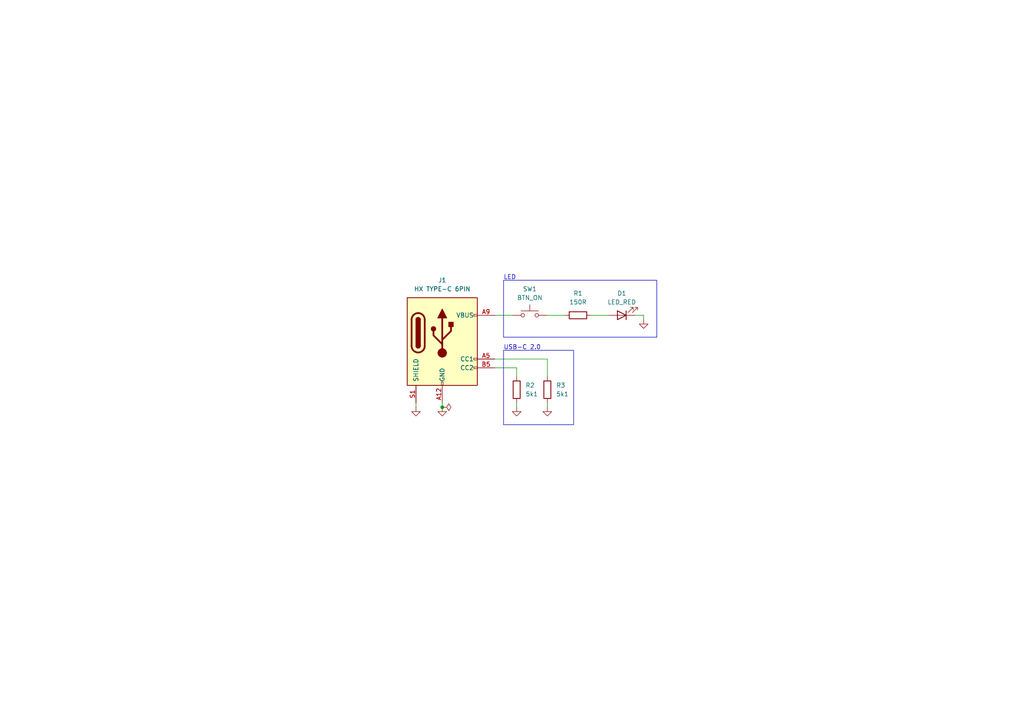
<source format=kicad_sch>
(kicad_sch (version 20250114) (generator "eeschema") (generator_version "9.0")
  (paper "A4")
  (title_block (title "LED with USB-C") (date "2026-02-04") (rev "v1.0.0") (company "NUS Hackers") (comment 1 "Hackerspace: Intro to PCB Design") (comment 2 "Licensed under CERN-OHL-P-2.0"))
  (lib_symbols
    (symbol "Connector:USB_C_Receptacle_PowerOnly_6P" (pin_names (offset 1.016))
      (property "Reference" "J" (at 0 16.51 0))
      (property "Value" "USB_C_Receptacle_PowerOnly_6P" (at 0 13.97 0))
      (symbol "USB_C_Receptacle_PowerOnly_6P_0_0"
        (rectangle (start -0.254 -12.7) (end 0.254 -11.684))
        (rectangle (start 10.16 7.874) (end 9.144 7.366))
        (rectangle (start 10.16 -4.826) (end 9.144 -5.334))
        (rectangle (start 10.16 -7.366) (end 9.144 -7.874))
      )
      (symbol "USB_C_Receptacle_PowerOnly_6P_0_1"
        (rectangle (start -10.16 12.7) (end 10.16 -12.7) (stroke (width 0.254)) (fill (type background)))
        (polyline (pts (xy -8.89 -1.27) (xy -8.89 6.35)) (stroke (width 0.508)))
        (rectangle (start -7.62 -1.27) (end -6.35 6.35) (stroke (width 0.254)) (fill (type outline)))
        (arc (start -7.62 6.35) (mid -6.985 6.9823) (end -6.35 6.35) (stroke (width 0.254)))
        (arc (start -7.62 6.35) (mid -6.985 6.9823) (end -6.35 6.35) (stroke (width 0.254)) (fill (type outline)))
        (arc (start -8.89 6.35) (mid -6.985 8.2467) (end -5.08 6.35) (stroke (width 0.508)))
        (arc (start -5.08 -1.27) (mid -6.985 -3.1667) (end -8.89 -1.27) (stroke (width 0.508)))
        (arc (start -6.35 -1.27) (mid -6.985 -1.9023) (end -7.62 -1.27) (stroke (width 0.254)))
        (arc (start -6.35 -1.27) (mid -6.985 -1.9023) (end -7.62 -1.27) (stroke (width 0.254)) (fill (type outline)))
        (polyline (pts (xy -5.08 6.35) (xy -5.08 -1.27)) (stroke (width 0.508)))
        (circle (center -2.54 3.683) (radius 0.635) (stroke (width 0.254)) (fill (type outline)))
        (polyline (pts (xy -1.27 6.858) (xy 0 9.398) (xy 1.27 6.858) (xy -1.27 6.858)) (stroke (width 0.254)) (fill (type outline)))
        (polyline (pts (xy 0 0.508) (xy 2.54 3.048) (xy 2.54 4.318)) (stroke (width 0.508)))
        (polyline (pts (xy 0 -0.762) (xy -2.54 1.778) (xy -2.54 3.048)) (stroke (width 0.508)))
        (polyline (pts (xy 0 -3.302) (xy 0 6.858)) (stroke (width 0.508)))
        (circle (center 0 -3.302) (radius 1.27) (fill (type outline)))
        (rectangle (start 1.905 4.318) (end 3.175 5.588) (stroke (width 0.254)) (fill (type outline)))
      )
      (symbol "USB_C_Receptacle_PowerOnly_6P_1_1"
        (pin passive line (at -7.62 -17.78 90) (length 5.08) (name "SHIELD") (number "S1"))
        (pin passive line (at 0 -17.78 90) (length 5.08) (name "GND") (number "A12"))
        (pin passive line (at 0 -17.78 90) (length 5.08) (hide yes) (name "GND") (number "B12"))
        (pin passive line (at 15.24 7.62 180) (length 5.08) (name "VBUS") (number "A9"))
        (pin passive line (at 15.24 7.62 180) (length 5.08) (hide yes) (name "VBUS") (number "B9"))
        (pin bidirectional line (at 15.24 -5.08 180) (length 5.08) (name "CC1") (number "A5"))
        (pin bidirectional line (at 15.24 -7.62 180) (length 5.08) (name "CC2") (number "B5"))
      )
    )
    (symbol "Device:LED" (pin_numbers (hide yes)) (pin_names (offset 1.016) (hide yes))
      (property "Reference" "D" (at 0 2.54 0))
      (property "Value" "LED" (at 0 -2.54 0))
      (symbol "LED_0_1"
        (polyline (pts (xy -3.048 -0.762) (xy -4.572 -2.286) (xy -3.81 -2.286) (xy -4.572 -2.286) (xy -4.572 -1.524)))
        (polyline (pts (xy -1.778 -0.762) (xy -3.302 -2.286) (xy -2.54 -2.286) (xy -3.302 -2.286) (xy -3.302 -1.524)))
        (polyline (pts (xy -1.27 0) (xy 1.27 0)))
        (polyline (pts (xy -1.27 -1.27) (xy -1.27 1.27)) (stroke (width 0.254)))
        (polyline (pts (xy 1.27 -1.27) (xy 1.27 1.27) (xy -1.27 0) (xy 1.27 -1.27)) (stroke (width 0.254)))
      )
      (symbol "LED_1_1"
        (pin passive line (at -3.81 0 0) (length 2.54) (name "K") (number "1"))
        (pin passive line (at 3.81 0 180) (length 2.54) (name "A") (number "2"))
      )
    )
    (symbol "Device:R" (pin_numbers (hide yes)) (pin_names (offset 0))
      (property "Reference" "R" (at 2.032 0 90))
      (property "Value" "R" (at 0 0 90))
      (symbol "R_0_1"
        (rectangle (start -1.016 -2.54) (end 1.016 2.54) (stroke (width 0.254)))
      )
      (symbol "R_1_1"
        (pin passive line (at 0 3.81 270) (length 1.27) (name "~") (number "1"))
        (pin passive line (at 0 -3.81 90) (length 1.27) (name "~") (number "2"))
      )
    )
    (symbol "Switch:SW_Push" (pin_numbers (hide yes)) (pin_names (offset 1.016) (hide yes))
      (property "Reference" "SW" (at 1.27 2.54 0))
      (property "Value" "SW_Push" (at 0 -1.524 0))
      (symbol "SW_Push_0_1"
        (circle (center -2.032 0) (radius 0.508))
        (polyline (pts (xy 0 1.27) (xy 0 3.048)))
        (circle (center 2.032 0) (radius 0.508))
        (polyline (pts (xy 2.54 1.27) (xy -2.54 1.27)))
        (pin passive line (at -5.08 0 0) (length 2.54) (name "1") (number "1"))
        (pin passive line (at 5.08 0 180) (length 2.54) (name "2") (number "2"))
      )
    )
    (symbol "power:GND" (power) (pin_numbers (hide yes)) (pin_names (offset 0) (hide yes))
      (property "Value" "GND" (at 0 -3.81 0))
      (symbol "GND_0_1"
        (polyline (pts (xy 0 0) (xy 0 -1.27) (xy 1.27 -1.27) (xy 0 -2.54) (xy -1.27 -1.27) (xy 0 -1.27)))
      )
      (symbol "GND_1_1"
        (pin power_in line (at 0 0 270) (length 0) (name "~") (number "1"))
      )
    )
    (symbol "power:PWR_FLAG" (power) (pin_numbers (hide yes)) (pin_names (offset 0) (hide yes))
      (property "Value" "PWR_FLAG" (at 0 3.81 0))
      (symbol "PWR_FLAG_0_0"
        (pin power_out line (at 0 0 90) (length 0) (name "~") (number "1"))
      )
      (symbol "PWR_FLAG_0_1"
        (polyline (pts (xy 0 0) (xy 0 1.27) (xy -1.016 1.905) (xy 0 2.54) (xy 1.016 1.905) (xy 0 1.27)))
      )
    )
  )
  (rectangle (start 146.05 81.28) (end 190.5 97.79))
  (rectangle (start 146.05 101.6) (end 166.37 123.19))
  (text "USB-C 2.0" (at 146.05 101.6 0) (effects (font (size 1.27 1.27)) (justify left bottom)))
  (text "LED" (at 146.05 81.28 0) (effects (font (size 1.27 1.27)) (justify left bottom)))
  (junction (at 128.27 118.11))
  (wire (pts (xy 149.86 106.68) (xy 149.86 109.22)))
  (wire (pts (xy 120.65 118.11) (xy 120.65 116.84)))
  (wire (pts (xy 186.69 91.44) (xy 184.15 91.44)))
  (wire (pts (xy 158.75 104.14) (xy 158.75 109.22)))
  (wire (pts (xy 143.51 104.14) (xy 158.75 104.14)))
  (wire (pts (xy 143.51 106.68) (xy 149.86 106.68)))
  (wire (pts (xy 158.75 118.11) (xy 158.75 116.84)))
  (wire (pts (xy 176.53 91.44) (xy 171.45 91.44)))
  (wire (pts (xy 128.27 118.11) (xy 128.27 116.84)))
  (wire (pts (xy 186.69 92.71) (xy 186.69 91.44)))
  (wire (pts (xy 163.83 91.44) (xy 158.75 91.44)))
  (wire (pts (xy 143.51 91.44) (xy 148.59 91.44)))
  (wire (pts (xy 149.86 118.11) (xy 149.86 116.84)))
  (symbol (lib_id "power:PWR_FLAG") (at 128.27 118.11 270) (unit 1)
    (property "Reference" "#FLG01" (effects (hide yes)))
    (property "Value" "PWR_FLAG" (effects (hide yes)))
    (property "Description" "Special symbol for telling ERC where power comes from" (effects (hide yes)))
  )
  (symbol (lib_id "power:GND") (at 128.27 118.11 0) (unit 1)
    (property "Reference" "#PWR03" (effects (hide yes)))
    (property "Value" "GND" (effects (hide yes)))
    (property "Description" "Power symbol creates a global label with name \"GND\" , ground" (effects (hide yes)))
  )
  (symbol (lib_id "Device:R") (at 149.86 113.03 0) (unit 1)
    (property "Reference" "R2" (at 152.4 111.7599 0) (effects (justify left)))
    (property "Value" "5k1" (at 152.4 114.2999 0) (effects (justify left)))
    (property "Footprint" "Resistor_SMD:R_0402_1005Metric_Pad0.72x0.64mm_HandSolder" (effects (hide yes)))
    (property "Description" "Resistor" (effects (hide yes)))
    (property "LCSC Part #" "C25905" (effects (hide yes)))
  )
  (symbol (lib_id "Switch:SW_Push") (at 153.67 91.44 0) (unit 1)
    (property "Reference" "SW1" (at 153.67 83.82 0))
    (property "Value" "BTN_ON" (at 153.67 86.36 0))
    (property "Footprint" "usb_led:SW_Push_1P1T_XKB_TS-1187A" (effects (hide yes)))
    (property "Description" "Push button switch, generic, two pins" (effects (hide yes)))
    (property "LCSC Part #" "C318884" (effects (hide yes)))
  )
  (symbol (lib_id "Connector:USB_C_Receptacle_PowerOnly_6P") (at 128.27 99.06 0) (unit 1)
    (property "Reference" "J1" (at 128.27 81.28 0))
    (property "Value" "HX TYPE-C 6PIN" (at 128.27 83.82 0))
    (property "Footprint" "Connector_USB:USB_C_Receptacle_GCT_USB4125-xx-x_6P_TopMnt_Horizontal" (effects (hide yes)))
    (property "Datasheet" "https://www.usb.org/sites/default/files/documents/usb_type-c.zip" (effects (hide yes)))
    (property "Description" "USB Power-Only 6P Type-C Receptacle connector" (effects (hide yes)))
    (property "LCSC Part #" "C18357552" (effects (hide yes)))
  )
  (symbol (lib_id "Device:LED") (at 180.34 91.44 180) (unit 1)
    (property "Reference" "D1" (at 180.34 85.09 0))
    (property "Value" "LED_RED" (at 180.34 87.63 0))
    (property "Footprint" "LED_SMD:LED_0603_1608Metric_Pad1.05x0.95mm_HandSolder" (effects (hide yes)))
    (property "Description" "Light emitting diode" (effects (hide yes)))
    (property "Sim.Pins" "1=K 2=A" (effects (hide yes)))
    (property "LCSC Part #" "C2286" (effects (hide yes)))
  )
  (symbol (lib_id "Device:R") (at 167.64 91.44 90) (unit 1)
    (property "Reference" "R1" (at 167.64 85.09 90))
    (property "Value" "150R" (at 167.64 87.63 90))
    (property "Footprint" "Resistor_SMD:R_0603_1608Metric_Pad0.98x0.95mm_HandSolder" (effects (hide yes)))
    (property "Description" "Resistor" (effects (hide yes)))
    (property "LCSC Part #" "C22808" (effects (hide yes)))
  )
  (symbol (lib_id "Device:R") (at 158.75 113.03 0) (unit 1)
    (property "Reference" "R3" (at 161.29 111.7599 0) (effects (justify left)))
    (property "Value" "5k1" (at 161.29 114.2999 0) (effects (justify left)))
    (property "Footprint" "Resistor_SMD:R_0402_1005Metric_Pad0.72x0.64mm_HandSolder" (effects (hide yes)))
    (property "Description" "Resistor" (effects (hide yes)))
    (property "LCSC Part #" "C25905" (effects (hide yes)))
  )
  (symbol (lib_id "power:GND") (at 158.75 118.11 0) (unit 1)
    (property "Reference" "#PWR05" (effects (hide yes)))
    (property "Value" "GND" (effects (hide yes)))
    (property "Description" "Power symbol creates a global label with name \"GND\" , ground" (effects (hide yes)))
  )
  (symbol (lib_id "power:GND") (at 149.86 118.11 0) (unit 1)
    (property "Reference" "#PWR04" (effects (hide yes)))
    (property "Value" "GND" (effects (hide yes)))
    (property "Description" "Power symbol creates a global label with name \"GND\" , ground" (effects (hide yes)))
  )
  (symbol (lib_id "power:GND") (at 120.65 118.11 0) (unit 1)
    (property "Reference" "#PWR02" (effects (hide yes)))
    (property "Value" "GND" (effects (hide yes)))
    (property "Description" "Power symbol creates a global label with name \"GND\" , ground" (effects (hide yes)))
  )
  (symbol (lib_id "power:GND") (at 186.69 92.71 0) (unit 1)
    (property "Reference" "#PWR01" (effects (hide yes)))
    (property "Value" "GND" (effects (hide yes)))
    (property "Description" "Power symbol creates a global label with name \"GND\" , ground" (effects (hide yes)))
  )
)
</source>
